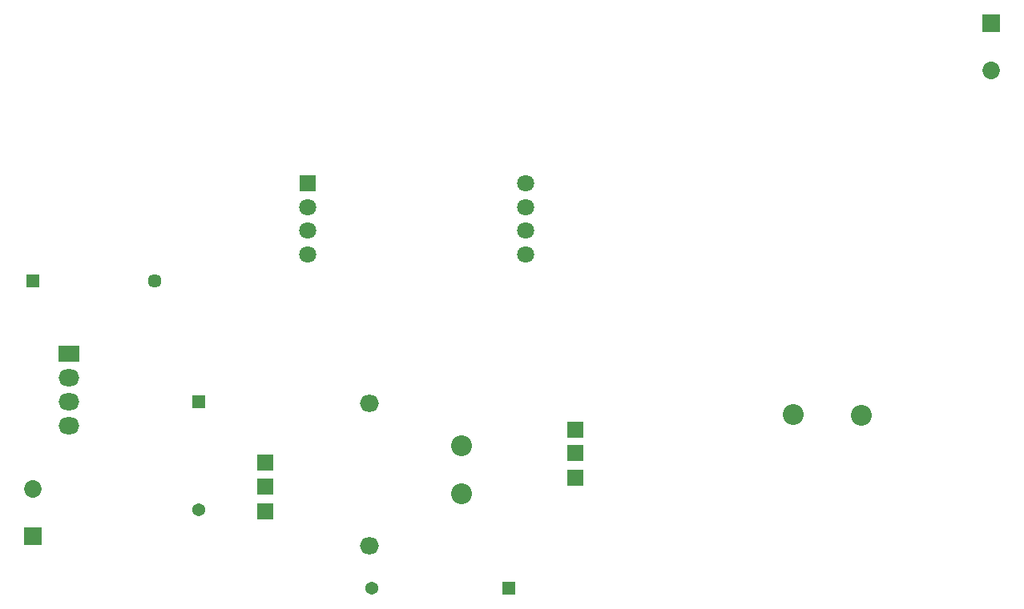
<source format=gbs>
G04*
G04 #@! TF.GenerationSoftware,Altium Limited,Altium Designer,18.0.9 (584)*
G04*
G04 Layer_Color=16711935*
%FSLAX44Y44*%
%MOMM*%
G71*
G01*
G75*
%ADD32C,1.8532*%
%ADD33R,1.8532X1.8532*%
%ADD34C,2.2032*%
%ADD35R,1.8032X1.8032*%
%ADD36O,2.0032X1.8032*%
%ADD37R,1.3716X1.3716*%
%ADD38C,1.3716*%
%ADD39O,2.2032X1.8032*%
%ADD40R,2.2032X1.8032*%
%ADD41R,1.3716X1.3716*%
%ADD42C,1.8032*%
%ADD43C,1.4478*%
%ADD44R,1.4478X1.4478*%
D32*
X100000Y137500D02*
D03*
X1112500Y580000D02*
D03*
D33*
X100000Y87500D02*
D03*
X1112500Y630000D02*
D03*
D34*
X975000Y215000D02*
D03*
X903000Y216000D02*
D03*
X552500Y183000D02*
D03*
Y132000D02*
D03*
D35*
X672500Y149000D02*
D03*
Y175000D02*
D03*
Y200000D02*
D03*
X345000Y165000D02*
D03*
Y140000D02*
D03*
Y114000D02*
D03*
X390000Y460500D02*
D03*
D36*
X455000Y227500D02*
D03*
Y77500D02*
D03*
D37*
X602280Y32500D02*
D03*
D38*
X457500D02*
D03*
X275000Y115000D02*
D03*
D39*
X137500Y204400D02*
D03*
Y229800D02*
D03*
Y255200D02*
D03*
D40*
Y280600D02*
D03*
D41*
X275000Y229750D02*
D03*
D42*
X390000Y435500D02*
D03*
Y410500D02*
D03*
Y385500D02*
D03*
X620000Y460500D02*
D03*
Y385500D02*
D03*
Y410500D02*
D03*
Y435500D02*
D03*
D43*
X228524Y357500D02*
D03*
D44*
X100000D02*
D03*
M02*

</source>
